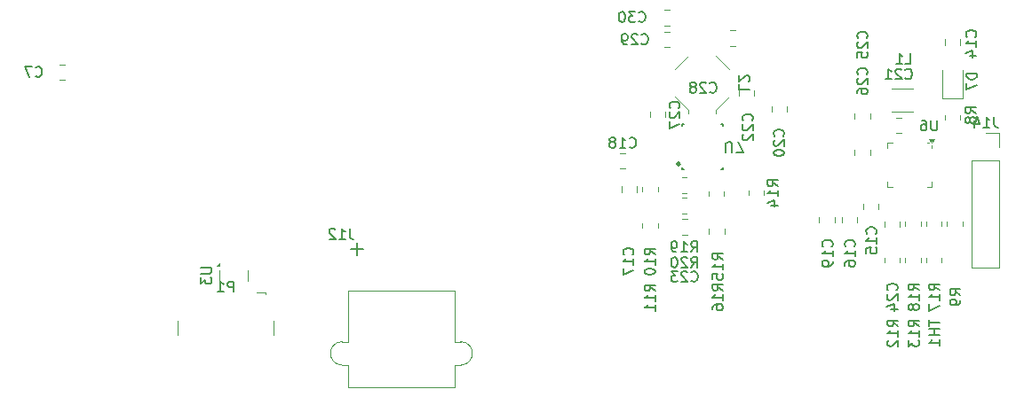
<source format=gbr>
%TF.GenerationSoftware,KiCad,Pcbnew,8.0.3*%
%TF.CreationDate,2024-07-13T14:18:46-04:00*%
%TF.ProjectId,get-a-grip-on-reality,6765742d-612d-4677-9269-702d6f6e2d72,rev?*%
%TF.SameCoordinates,Original*%
%TF.FileFunction,Legend,Bot*%
%TF.FilePolarity,Positive*%
%FSLAX46Y46*%
G04 Gerber Fmt 4.6, Leading zero omitted, Abs format (unit mm)*
G04 Created by KiCad (PCBNEW 8.0.3) date 2024-07-13 14:18:46*
%MOMM*%
%LPD*%
G01*
G04 APERTURE LIST*
%ADD10C,0.150000*%
%ADD11C,0.120000*%
%ADD12C,0.250000*%
G04 APERTURE END LIST*
D10*
X105554819Y-68077142D02*
X105078628Y-67743809D01*
X105554819Y-67505714D02*
X104554819Y-67505714D01*
X104554819Y-67505714D02*
X104554819Y-67886666D01*
X104554819Y-67886666D02*
X104602438Y-67981904D01*
X104602438Y-67981904D02*
X104650057Y-68029523D01*
X104650057Y-68029523D02*
X104745295Y-68077142D01*
X104745295Y-68077142D02*
X104888152Y-68077142D01*
X104888152Y-68077142D02*
X104983390Y-68029523D01*
X104983390Y-68029523D02*
X105031009Y-67981904D01*
X105031009Y-67981904D02*
X105078628Y-67886666D01*
X105078628Y-67886666D02*
X105078628Y-67505714D01*
X105554819Y-69029523D02*
X105554819Y-68458095D01*
X105554819Y-68743809D02*
X104554819Y-68743809D01*
X104554819Y-68743809D02*
X104697676Y-68648571D01*
X104697676Y-68648571D02*
X104792914Y-68553333D01*
X104792914Y-68553333D02*
X104840533Y-68458095D01*
X104554819Y-69934285D02*
X104554819Y-69458095D01*
X104554819Y-69458095D02*
X105031009Y-69410476D01*
X105031009Y-69410476D02*
X104983390Y-69458095D01*
X104983390Y-69458095D02*
X104935771Y-69553333D01*
X104935771Y-69553333D02*
X104935771Y-69791428D01*
X104935771Y-69791428D02*
X104983390Y-69886666D01*
X104983390Y-69886666D02*
X105031009Y-69934285D01*
X105031009Y-69934285D02*
X105126247Y-69981904D01*
X105126247Y-69981904D02*
X105364342Y-69981904D01*
X105364342Y-69981904D02*
X105459580Y-69934285D01*
X105459580Y-69934285D02*
X105507200Y-69886666D01*
X105507200Y-69886666D02*
X105554819Y-69791428D01*
X105554819Y-69791428D02*
X105554819Y-69553333D01*
X105554819Y-69553333D02*
X105507200Y-69458095D01*
X105507200Y-69458095D02*
X105459580Y-69410476D01*
X105838096Y-57830179D02*
X105838096Y-57020656D01*
X105838096Y-57020656D02*
X105885715Y-56925418D01*
X105885715Y-56925418D02*
X105933334Y-56877799D01*
X105933334Y-56877799D02*
X106028572Y-56830179D01*
X106028572Y-56830179D02*
X106219048Y-56830179D01*
X106219048Y-56830179D02*
X106314286Y-56877799D01*
X106314286Y-56877799D02*
X106361905Y-56925418D01*
X106361905Y-56925418D02*
X106409524Y-57020656D01*
X106409524Y-57020656D02*
X106409524Y-57830179D01*
X106790477Y-57830179D02*
X107457143Y-57830179D01*
X107457143Y-57830179D02*
X107028572Y-56830179D01*
X55789819Y-68820595D02*
X56599342Y-68820595D01*
X56599342Y-68820595D02*
X56694580Y-68868214D01*
X56694580Y-68868214D02*
X56742200Y-68915833D01*
X56742200Y-68915833D02*
X56789819Y-69011071D01*
X56789819Y-69011071D02*
X56789819Y-69201547D01*
X56789819Y-69201547D02*
X56742200Y-69296785D01*
X56742200Y-69296785D02*
X56694580Y-69344404D01*
X56694580Y-69344404D02*
X56599342Y-69392023D01*
X56599342Y-69392023D02*
X55789819Y-69392023D01*
X55789819Y-69772976D02*
X55789819Y-70392023D01*
X55789819Y-70392023D02*
X56170771Y-70058690D01*
X56170771Y-70058690D02*
X56170771Y-70201547D01*
X56170771Y-70201547D02*
X56218390Y-70296785D01*
X56218390Y-70296785D02*
X56266009Y-70344404D01*
X56266009Y-70344404D02*
X56361247Y-70392023D01*
X56361247Y-70392023D02*
X56599342Y-70392023D01*
X56599342Y-70392023D02*
X56694580Y-70344404D01*
X56694580Y-70344404D02*
X56742200Y-70296785D01*
X56742200Y-70296785D02*
X56789819Y-70201547D01*
X56789819Y-70201547D02*
X56789819Y-69915833D01*
X56789819Y-69915833D02*
X56742200Y-69820595D01*
X56742200Y-69820595D02*
X56694580Y-69772976D01*
X108309580Y-54767142D02*
X108357200Y-54719523D01*
X108357200Y-54719523D02*
X108404819Y-54576666D01*
X108404819Y-54576666D02*
X108404819Y-54481428D01*
X108404819Y-54481428D02*
X108357200Y-54338571D01*
X108357200Y-54338571D02*
X108261961Y-54243333D01*
X108261961Y-54243333D02*
X108166723Y-54195714D01*
X108166723Y-54195714D02*
X107976247Y-54148095D01*
X107976247Y-54148095D02*
X107833390Y-54148095D01*
X107833390Y-54148095D02*
X107642914Y-54195714D01*
X107642914Y-54195714D02*
X107547676Y-54243333D01*
X107547676Y-54243333D02*
X107452438Y-54338571D01*
X107452438Y-54338571D02*
X107404819Y-54481428D01*
X107404819Y-54481428D02*
X107404819Y-54576666D01*
X107404819Y-54576666D02*
X107452438Y-54719523D01*
X107452438Y-54719523D02*
X107500057Y-54767142D01*
X107500057Y-55148095D02*
X107452438Y-55195714D01*
X107452438Y-55195714D02*
X107404819Y-55290952D01*
X107404819Y-55290952D02*
X107404819Y-55529047D01*
X107404819Y-55529047D02*
X107452438Y-55624285D01*
X107452438Y-55624285D02*
X107500057Y-55671904D01*
X107500057Y-55671904D02*
X107595295Y-55719523D01*
X107595295Y-55719523D02*
X107690533Y-55719523D01*
X107690533Y-55719523D02*
X107833390Y-55671904D01*
X107833390Y-55671904D02*
X108404819Y-55100476D01*
X108404819Y-55100476D02*
X108404819Y-55719523D01*
X107500057Y-56100476D02*
X107452438Y-56148095D01*
X107452438Y-56148095D02*
X107404819Y-56243333D01*
X107404819Y-56243333D02*
X107404819Y-56481428D01*
X107404819Y-56481428D02*
X107452438Y-56576666D01*
X107452438Y-56576666D02*
X107500057Y-56624285D01*
X107500057Y-56624285D02*
X107595295Y-56671904D01*
X107595295Y-56671904D02*
X107690533Y-56671904D01*
X107690533Y-56671904D02*
X107833390Y-56624285D01*
X107833390Y-56624285D02*
X108404819Y-56052857D01*
X108404819Y-56052857D02*
X108404819Y-56671904D01*
X128188619Y-71470333D02*
X127712428Y-71137000D01*
X128188619Y-70898905D02*
X127188619Y-70898905D01*
X127188619Y-70898905D02*
X127188619Y-71279857D01*
X127188619Y-71279857D02*
X127236238Y-71375095D01*
X127236238Y-71375095D02*
X127283857Y-71422714D01*
X127283857Y-71422714D02*
X127379095Y-71470333D01*
X127379095Y-71470333D02*
X127521952Y-71470333D01*
X127521952Y-71470333D02*
X127617190Y-71422714D01*
X127617190Y-71422714D02*
X127664809Y-71375095D01*
X127664809Y-71375095D02*
X127712428Y-71279857D01*
X127712428Y-71279857D02*
X127712428Y-70898905D01*
X128188619Y-71946524D02*
X128188619Y-72137000D01*
X128188619Y-72137000D02*
X128141000Y-72232238D01*
X128141000Y-72232238D02*
X128093380Y-72279857D01*
X128093380Y-72279857D02*
X127950523Y-72375095D01*
X127950523Y-72375095D02*
X127760047Y-72422714D01*
X127760047Y-72422714D02*
X127379095Y-72422714D01*
X127379095Y-72422714D02*
X127283857Y-72375095D01*
X127283857Y-72375095D02*
X127236238Y-72327476D01*
X127236238Y-72327476D02*
X127188619Y-72232238D01*
X127188619Y-72232238D02*
X127188619Y-72041762D01*
X127188619Y-72041762D02*
X127236238Y-71946524D01*
X127236238Y-71946524D02*
X127283857Y-71898905D01*
X127283857Y-71898905D02*
X127379095Y-71851286D01*
X127379095Y-71851286D02*
X127617190Y-71851286D01*
X127617190Y-71851286D02*
X127712428Y-71898905D01*
X127712428Y-71898905D02*
X127760047Y-71946524D01*
X127760047Y-71946524D02*
X127807666Y-72041762D01*
X127807666Y-72041762D02*
X127807666Y-72232238D01*
X127807666Y-72232238D02*
X127760047Y-72327476D01*
X127760047Y-72327476D02*
X127712428Y-72375095D01*
X127712428Y-72375095D02*
X127617190Y-72422714D01*
X111289580Y-56267142D02*
X111337200Y-56219523D01*
X111337200Y-56219523D02*
X111384819Y-56076666D01*
X111384819Y-56076666D02*
X111384819Y-55981428D01*
X111384819Y-55981428D02*
X111337200Y-55838571D01*
X111337200Y-55838571D02*
X111241961Y-55743333D01*
X111241961Y-55743333D02*
X111146723Y-55695714D01*
X111146723Y-55695714D02*
X110956247Y-55648095D01*
X110956247Y-55648095D02*
X110813390Y-55648095D01*
X110813390Y-55648095D02*
X110622914Y-55695714D01*
X110622914Y-55695714D02*
X110527676Y-55743333D01*
X110527676Y-55743333D02*
X110432438Y-55838571D01*
X110432438Y-55838571D02*
X110384819Y-55981428D01*
X110384819Y-55981428D02*
X110384819Y-56076666D01*
X110384819Y-56076666D02*
X110432438Y-56219523D01*
X110432438Y-56219523D02*
X110480057Y-56267142D01*
X110480057Y-56648095D02*
X110432438Y-56695714D01*
X110432438Y-56695714D02*
X110384819Y-56790952D01*
X110384819Y-56790952D02*
X110384819Y-57029047D01*
X110384819Y-57029047D02*
X110432438Y-57124285D01*
X110432438Y-57124285D02*
X110480057Y-57171904D01*
X110480057Y-57171904D02*
X110575295Y-57219523D01*
X110575295Y-57219523D02*
X110670533Y-57219523D01*
X110670533Y-57219523D02*
X110813390Y-57171904D01*
X110813390Y-57171904D02*
X111384819Y-56600476D01*
X111384819Y-56600476D02*
X111384819Y-57219523D01*
X110384819Y-57838571D02*
X110384819Y-57933809D01*
X110384819Y-57933809D02*
X110432438Y-58029047D01*
X110432438Y-58029047D02*
X110480057Y-58076666D01*
X110480057Y-58076666D02*
X110575295Y-58124285D01*
X110575295Y-58124285D02*
X110765771Y-58171904D01*
X110765771Y-58171904D02*
X111003866Y-58171904D01*
X111003866Y-58171904D02*
X111194342Y-58124285D01*
X111194342Y-58124285D02*
X111289580Y-58076666D01*
X111289580Y-58076666D02*
X111337200Y-58029047D01*
X111337200Y-58029047D02*
X111384819Y-57933809D01*
X111384819Y-57933809D02*
X111384819Y-57838571D01*
X111384819Y-57838571D02*
X111337200Y-57743333D01*
X111337200Y-57743333D02*
X111289580Y-57695714D01*
X111289580Y-57695714D02*
X111194342Y-57648095D01*
X111194342Y-57648095D02*
X111003866Y-57600476D01*
X111003866Y-57600476D02*
X110765771Y-57600476D01*
X110765771Y-57600476D02*
X110575295Y-57648095D01*
X110575295Y-57648095D02*
X110480057Y-57695714D01*
X110480057Y-57695714D02*
X110432438Y-57743333D01*
X110432438Y-57743333D02*
X110384819Y-57838571D01*
X125224819Y-73814286D02*
X125224819Y-74385714D01*
X126224819Y-74100000D02*
X125224819Y-74100000D01*
X126224819Y-74719048D02*
X125224819Y-74719048D01*
X125701009Y-74719048D02*
X125701009Y-75290476D01*
X126224819Y-75290476D02*
X125224819Y-75290476D01*
X126224819Y-76290476D02*
X126224819Y-75719048D01*
X126224819Y-76004762D02*
X125224819Y-76004762D01*
X125224819Y-76004762D02*
X125367676Y-75909524D01*
X125367676Y-75909524D02*
X125462914Y-75814286D01*
X125462914Y-75814286D02*
X125510533Y-75719048D01*
X104312857Y-52039580D02*
X104360476Y-52087200D01*
X104360476Y-52087200D02*
X104503333Y-52134819D01*
X104503333Y-52134819D02*
X104598571Y-52134819D01*
X104598571Y-52134819D02*
X104741428Y-52087200D01*
X104741428Y-52087200D02*
X104836666Y-51991961D01*
X104836666Y-51991961D02*
X104884285Y-51896723D01*
X104884285Y-51896723D02*
X104931904Y-51706247D01*
X104931904Y-51706247D02*
X104931904Y-51563390D01*
X104931904Y-51563390D02*
X104884285Y-51372914D01*
X104884285Y-51372914D02*
X104836666Y-51277676D01*
X104836666Y-51277676D02*
X104741428Y-51182438D01*
X104741428Y-51182438D02*
X104598571Y-51134819D01*
X104598571Y-51134819D02*
X104503333Y-51134819D01*
X104503333Y-51134819D02*
X104360476Y-51182438D01*
X104360476Y-51182438D02*
X104312857Y-51230057D01*
X103931904Y-51230057D02*
X103884285Y-51182438D01*
X103884285Y-51182438D02*
X103789047Y-51134819D01*
X103789047Y-51134819D02*
X103550952Y-51134819D01*
X103550952Y-51134819D02*
X103455714Y-51182438D01*
X103455714Y-51182438D02*
X103408095Y-51230057D01*
X103408095Y-51230057D02*
X103360476Y-51325295D01*
X103360476Y-51325295D02*
X103360476Y-51420533D01*
X103360476Y-51420533D02*
X103408095Y-51563390D01*
X103408095Y-51563390D02*
X103979523Y-52134819D01*
X103979523Y-52134819D02*
X103360476Y-52134819D01*
X102789047Y-51563390D02*
X102884285Y-51515771D01*
X102884285Y-51515771D02*
X102931904Y-51468152D01*
X102931904Y-51468152D02*
X102979523Y-51372914D01*
X102979523Y-51372914D02*
X102979523Y-51325295D01*
X102979523Y-51325295D02*
X102931904Y-51230057D01*
X102931904Y-51230057D02*
X102884285Y-51182438D01*
X102884285Y-51182438D02*
X102789047Y-51134819D01*
X102789047Y-51134819D02*
X102598571Y-51134819D01*
X102598571Y-51134819D02*
X102503333Y-51182438D01*
X102503333Y-51182438D02*
X102455714Y-51230057D01*
X102455714Y-51230057D02*
X102408095Y-51325295D01*
X102408095Y-51325295D02*
X102408095Y-51372914D01*
X102408095Y-51372914D02*
X102455714Y-51468152D01*
X102455714Y-51468152D02*
X102503333Y-51515771D01*
X102503333Y-51515771D02*
X102598571Y-51563390D01*
X102598571Y-51563390D02*
X102789047Y-51563390D01*
X102789047Y-51563390D02*
X102884285Y-51611009D01*
X102884285Y-51611009D02*
X102931904Y-51658628D01*
X102931904Y-51658628D02*
X102979523Y-51753866D01*
X102979523Y-51753866D02*
X102979523Y-51944342D01*
X102979523Y-51944342D02*
X102931904Y-52039580D01*
X102931904Y-52039580D02*
X102884285Y-52087200D01*
X102884285Y-52087200D02*
X102789047Y-52134819D01*
X102789047Y-52134819D02*
X102598571Y-52134819D01*
X102598571Y-52134819D02*
X102503333Y-52087200D01*
X102503333Y-52087200D02*
X102455714Y-52039580D01*
X102455714Y-52039580D02*
X102408095Y-51944342D01*
X102408095Y-51944342D02*
X102408095Y-51753866D01*
X102408095Y-51753866D02*
X102455714Y-51658628D01*
X102455714Y-51658628D02*
X102503333Y-51611009D01*
X102503333Y-51611009D02*
X102598571Y-51563390D01*
X124232753Y-70994142D02*
X123756562Y-70660809D01*
X124232753Y-70422714D02*
X123232753Y-70422714D01*
X123232753Y-70422714D02*
X123232753Y-70803666D01*
X123232753Y-70803666D02*
X123280372Y-70898904D01*
X123280372Y-70898904D02*
X123327991Y-70946523D01*
X123327991Y-70946523D02*
X123423229Y-70994142D01*
X123423229Y-70994142D02*
X123566086Y-70994142D01*
X123566086Y-70994142D02*
X123661324Y-70946523D01*
X123661324Y-70946523D02*
X123708943Y-70898904D01*
X123708943Y-70898904D02*
X123756562Y-70803666D01*
X123756562Y-70803666D02*
X123756562Y-70422714D01*
X124232753Y-71946523D02*
X124232753Y-71375095D01*
X124232753Y-71660809D02*
X123232753Y-71660809D01*
X123232753Y-71660809D02*
X123375610Y-71565571D01*
X123375610Y-71565571D02*
X123470848Y-71470333D01*
X123470848Y-71470333D02*
X123518467Y-71375095D01*
X123661324Y-72517952D02*
X123613705Y-72422714D01*
X123613705Y-72422714D02*
X123566086Y-72375095D01*
X123566086Y-72375095D02*
X123470848Y-72327476D01*
X123470848Y-72327476D02*
X123423229Y-72327476D01*
X123423229Y-72327476D02*
X123327991Y-72375095D01*
X123327991Y-72375095D02*
X123280372Y-72422714D01*
X123280372Y-72422714D02*
X123232753Y-72517952D01*
X123232753Y-72517952D02*
X123232753Y-72708428D01*
X123232753Y-72708428D02*
X123280372Y-72803666D01*
X123280372Y-72803666D02*
X123327991Y-72851285D01*
X123327991Y-72851285D02*
X123423229Y-72898904D01*
X123423229Y-72898904D02*
X123470848Y-72898904D01*
X123470848Y-72898904D02*
X123566086Y-72851285D01*
X123566086Y-72851285D02*
X123613705Y-72803666D01*
X123613705Y-72803666D02*
X123661324Y-72708428D01*
X123661324Y-72708428D02*
X123661324Y-72517952D01*
X123661324Y-72517952D02*
X123708943Y-72422714D01*
X123708943Y-72422714D02*
X123756562Y-72375095D01*
X123756562Y-72375095D02*
X123851800Y-72327476D01*
X123851800Y-72327476D02*
X124042276Y-72327476D01*
X124042276Y-72327476D02*
X124137514Y-72375095D01*
X124137514Y-72375095D02*
X124185134Y-72422714D01*
X124185134Y-72422714D02*
X124232753Y-72517952D01*
X124232753Y-72517952D02*
X124232753Y-72708428D01*
X124232753Y-72708428D02*
X124185134Y-72803666D01*
X124185134Y-72803666D02*
X124137514Y-72851285D01*
X124137514Y-72851285D02*
X124042276Y-72898904D01*
X124042276Y-72898904D02*
X123851800Y-72898904D01*
X123851800Y-72898904D02*
X123756562Y-72851285D01*
X123756562Y-72851285D02*
X123708943Y-72803666D01*
X123708943Y-72803666D02*
X123661324Y-72708428D01*
X99074819Y-67592142D02*
X98598628Y-67258809D01*
X99074819Y-67020714D02*
X98074819Y-67020714D01*
X98074819Y-67020714D02*
X98074819Y-67401666D01*
X98074819Y-67401666D02*
X98122438Y-67496904D01*
X98122438Y-67496904D02*
X98170057Y-67544523D01*
X98170057Y-67544523D02*
X98265295Y-67592142D01*
X98265295Y-67592142D02*
X98408152Y-67592142D01*
X98408152Y-67592142D02*
X98503390Y-67544523D01*
X98503390Y-67544523D02*
X98551009Y-67496904D01*
X98551009Y-67496904D02*
X98598628Y-67401666D01*
X98598628Y-67401666D02*
X98598628Y-67020714D01*
X99074819Y-68544523D02*
X99074819Y-67973095D01*
X99074819Y-68258809D02*
X98074819Y-68258809D01*
X98074819Y-68258809D02*
X98217676Y-68163571D01*
X98217676Y-68163571D02*
X98312914Y-68068333D01*
X98312914Y-68068333D02*
X98360533Y-67973095D01*
X98074819Y-69163571D02*
X98074819Y-69258809D01*
X98074819Y-69258809D02*
X98122438Y-69354047D01*
X98122438Y-69354047D02*
X98170057Y-69401666D01*
X98170057Y-69401666D02*
X98265295Y-69449285D01*
X98265295Y-69449285D02*
X98455771Y-69496904D01*
X98455771Y-69496904D02*
X98693866Y-69496904D01*
X98693866Y-69496904D02*
X98884342Y-69449285D01*
X98884342Y-69449285D02*
X98979580Y-69401666D01*
X98979580Y-69401666D02*
X99027200Y-69354047D01*
X99027200Y-69354047D02*
X99074819Y-69258809D01*
X99074819Y-69258809D02*
X99074819Y-69163571D01*
X99074819Y-69163571D02*
X99027200Y-69068333D01*
X99027200Y-69068333D02*
X98979580Y-69020714D01*
X98979580Y-69020714D02*
X98884342Y-68973095D01*
X98884342Y-68973095D02*
X98693866Y-68925476D01*
X98693866Y-68925476D02*
X98455771Y-68925476D01*
X98455771Y-68925476D02*
X98265295Y-68973095D01*
X98265295Y-68973095D02*
X98170057Y-69020714D01*
X98170057Y-69020714D02*
X98122438Y-69068333D01*
X98122438Y-69068333D02*
X98074819Y-69163571D01*
X110805419Y-61061838D02*
X110329228Y-60728505D01*
X110805419Y-60490410D02*
X109805419Y-60490410D01*
X109805419Y-60490410D02*
X109805419Y-60871362D01*
X109805419Y-60871362D02*
X109853038Y-60966600D01*
X109853038Y-60966600D02*
X109900657Y-61014219D01*
X109900657Y-61014219D02*
X109995895Y-61061838D01*
X109995895Y-61061838D02*
X110138752Y-61061838D01*
X110138752Y-61061838D02*
X110233990Y-61014219D01*
X110233990Y-61014219D02*
X110281609Y-60966600D01*
X110281609Y-60966600D02*
X110329228Y-60871362D01*
X110329228Y-60871362D02*
X110329228Y-60490410D01*
X110805419Y-62014219D02*
X110805419Y-61442791D01*
X110805419Y-61728505D02*
X109805419Y-61728505D01*
X109805419Y-61728505D02*
X109948276Y-61633267D01*
X109948276Y-61633267D02*
X110043514Y-61538029D01*
X110043514Y-61538029D02*
X110091133Y-61442791D01*
X110138752Y-62871362D02*
X110805419Y-62871362D01*
X109757800Y-62633267D02*
X110472085Y-62395172D01*
X110472085Y-62395172D02*
X110472085Y-63014219D01*
X119259580Y-50371742D02*
X119307200Y-50324123D01*
X119307200Y-50324123D02*
X119354819Y-50181266D01*
X119354819Y-50181266D02*
X119354819Y-50086028D01*
X119354819Y-50086028D02*
X119307200Y-49943171D01*
X119307200Y-49943171D02*
X119211961Y-49847933D01*
X119211961Y-49847933D02*
X119116723Y-49800314D01*
X119116723Y-49800314D02*
X118926247Y-49752695D01*
X118926247Y-49752695D02*
X118783390Y-49752695D01*
X118783390Y-49752695D02*
X118592914Y-49800314D01*
X118592914Y-49800314D02*
X118497676Y-49847933D01*
X118497676Y-49847933D02*
X118402438Y-49943171D01*
X118402438Y-49943171D02*
X118354819Y-50086028D01*
X118354819Y-50086028D02*
X118354819Y-50181266D01*
X118354819Y-50181266D02*
X118402438Y-50324123D01*
X118402438Y-50324123D02*
X118450057Y-50371742D01*
X118450057Y-50752695D02*
X118402438Y-50800314D01*
X118402438Y-50800314D02*
X118354819Y-50895552D01*
X118354819Y-50895552D02*
X118354819Y-51133647D01*
X118354819Y-51133647D02*
X118402438Y-51228885D01*
X118402438Y-51228885D02*
X118450057Y-51276504D01*
X118450057Y-51276504D02*
X118545295Y-51324123D01*
X118545295Y-51324123D02*
X118640533Y-51324123D01*
X118640533Y-51324123D02*
X118783390Y-51276504D01*
X118783390Y-51276504D02*
X119354819Y-50705076D01*
X119354819Y-50705076D02*
X119354819Y-51324123D01*
X118354819Y-52181266D02*
X118354819Y-51990790D01*
X118354819Y-51990790D02*
X118402438Y-51895552D01*
X118402438Y-51895552D02*
X118450057Y-51847933D01*
X118450057Y-51847933D02*
X118592914Y-51752695D01*
X118592914Y-51752695D02*
X118783390Y-51705076D01*
X118783390Y-51705076D02*
X119164342Y-51705076D01*
X119164342Y-51705076D02*
X119259580Y-51752695D01*
X119259580Y-51752695D02*
X119307200Y-51800314D01*
X119307200Y-51800314D02*
X119354819Y-51895552D01*
X119354819Y-51895552D02*
X119354819Y-52086028D01*
X119354819Y-52086028D02*
X119307200Y-52181266D01*
X119307200Y-52181266D02*
X119259580Y-52228885D01*
X119259580Y-52228885D02*
X119164342Y-52276504D01*
X119164342Y-52276504D02*
X118926247Y-52276504D01*
X118926247Y-52276504D02*
X118831009Y-52228885D01*
X118831009Y-52228885D02*
X118783390Y-52181266D01*
X118783390Y-52181266D02*
X118735771Y-52086028D01*
X118735771Y-52086028D02*
X118735771Y-51895552D01*
X118735771Y-51895552D02*
X118783390Y-51800314D01*
X118783390Y-51800314D02*
X118831009Y-51752695D01*
X118831009Y-51752695D02*
X118926247Y-51705076D01*
X129774819Y-50281905D02*
X128774819Y-50281905D01*
X128774819Y-50281905D02*
X128774819Y-50520000D01*
X128774819Y-50520000D02*
X128822438Y-50662857D01*
X128822438Y-50662857D02*
X128917676Y-50758095D01*
X128917676Y-50758095D02*
X129012914Y-50805714D01*
X129012914Y-50805714D02*
X129203390Y-50853333D01*
X129203390Y-50853333D02*
X129346247Y-50853333D01*
X129346247Y-50853333D02*
X129536723Y-50805714D01*
X129536723Y-50805714D02*
X129631961Y-50758095D01*
X129631961Y-50758095D02*
X129727200Y-50662857D01*
X129727200Y-50662857D02*
X129774819Y-50520000D01*
X129774819Y-50520000D02*
X129774819Y-50281905D01*
X128774819Y-51186667D02*
X128774819Y-51853333D01*
X128774819Y-51853333D02*
X129774819Y-51424762D01*
X122099580Y-70994142D02*
X122147200Y-70946523D01*
X122147200Y-70946523D02*
X122194819Y-70803666D01*
X122194819Y-70803666D02*
X122194819Y-70708428D01*
X122194819Y-70708428D02*
X122147200Y-70565571D01*
X122147200Y-70565571D02*
X122051961Y-70470333D01*
X122051961Y-70470333D02*
X121956723Y-70422714D01*
X121956723Y-70422714D02*
X121766247Y-70375095D01*
X121766247Y-70375095D02*
X121623390Y-70375095D01*
X121623390Y-70375095D02*
X121432914Y-70422714D01*
X121432914Y-70422714D02*
X121337676Y-70470333D01*
X121337676Y-70470333D02*
X121242438Y-70565571D01*
X121242438Y-70565571D02*
X121194819Y-70708428D01*
X121194819Y-70708428D02*
X121194819Y-70803666D01*
X121194819Y-70803666D02*
X121242438Y-70946523D01*
X121242438Y-70946523D02*
X121290057Y-70994142D01*
X121290057Y-71375095D02*
X121242438Y-71422714D01*
X121242438Y-71422714D02*
X121194819Y-71517952D01*
X121194819Y-71517952D02*
X121194819Y-71756047D01*
X121194819Y-71756047D02*
X121242438Y-71851285D01*
X121242438Y-71851285D02*
X121290057Y-71898904D01*
X121290057Y-71898904D02*
X121385295Y-71946523D01*
X121385295Y-71946523D02*
X121480533Y-71946523D01*
X121480533Y-71946523D02*
X121623390Y-71898904D01*
X121623390Y-71898904D02*
X122194819Y-71327476D01*
X122194819Y-71327476D02*
X122194819Y-71946523D01*
X121528152Y-72803666D02*
X122194819Y-72803666D01*
X121147200Y-72565571D02*
X121861485Y-72327476D01*
X121861485Y-72327476D02*
X121861485Y-72946523D01*
X105544819Y-71017142D02*
X105068628Y-70683809D01*
X105544819Y-70445714D02*
X104544819Y-70445714D01*
X104544819Y-70445714D02*
X104544819Y-70826666D01*
X104544819Y-70826666D02*
X104592438Y-70921904D01*
X104592438Y-70921904D02*
X104640057Y-70969523D01*
X104640057Y-70969523D02*
X104735295Y-71017142D01*
X104735295Y-71017142D02*
X104878152Y-71017142D01*
X104878152Y-71017142D02*
X104973390Y-70969523D01*
X104973390Y-70969523D02*
X105021009Y-70921904D01*
X105021009Y-70921904D02*
X105068628Y-70826666D01*
X105068628Y-70826666D02*
X105068628Y-70445714D01*
X105544819Y-71969523D02*
X105544819Y-71398095D01*
X105544819Y-71683809D02*
X104544819Y-71683809D01*
X104544819Y-71683809D02*
X104687676Y-71588571D01*
X104687676Y-71588571D02*
X104782914Y-71493333D01*
X104782914Y-71493333D02*
X104830533Y-71398095D01*
X104544819Y-72826666D02*
X104544819Y-72636190D01*
X104544819Y-72636190D02*
X104592438Y-72540952D01*
X104592438Y-72540952D02*
X104640057Y-72493333D01*
X104640057Y-72493333D02*
X104782914Y-72398095D01*
X104782914Y-72398095D02*
X104973390Y-72350476D01*
X104973390Y-72350476D02*
X105354342Y-72350476D01*
X105354342Y-72350476D02*
X105449580Y-72398095D01*
X105449580Y-72398095D02*
X105497200Y-72445714D01*
X105497200Y-72445714D02*
X105544819Y-72540952D01*
X105544819Y-72540952D02*
X105544819Y-72731428D01*
X105544819Y-72731428D02*
X105497200Y-72826666D01*
X105497200Y-72826666D02*
X105449580Y-72874285D01*
X105449580Y-72874285D02*
X105354342Y-72921904D01*
X105354342Y-72921904D02*
X105116247Y-72921904D01*
X105116247Y-72921904D02*
X105021009Y-72874285D01*
X105021009Y-72874285D02*
X104973390Y-72826666D01*
X104973390Y-72826666D02*
X104925771Y-72731428D01*
X104925771Y-72731428D02*
X104925771Y-72540952D01*
X104925771Y-72540952D02*
X104973390Y-72445714D01*
X104973390Y-72445714D02*
X105021009Y-72398095D01*
X105021009Y-72398095D02*
X105116247Y-72350476D01*
X102502857Y-67334819D02*
X102836190Y-66858628D01*
X103074285Y-67334819D02*
X103074285Y-66334819D01*
X103074285Y-66334819D02*
X102693333Y-66334819D01*
X102693333Y-66334819D02*
X102598095Y-66382438D01*
X102598095Y-66382438D02*
X102550476Y-66430057D01*
X102550476Y-66430057D02*
X102502857Y-66525295D01*
X102502857Y-66525295D02*
X102502857Y-66668152D01*
X102502857Y-66668152D02*
X102550476Y-66763390D01*
X102550476Y-66763390D02*
X102598095Y-66811009D01*
X102598095Y-66811009D02*
X102693333Y-66858628D01*
X102693333Y-66858628D02*
X103074285Y-66858628D01*
X101550476Y-67334819D02*
X102121904Y-67334819D01*
X101836190Y-67334819D02*
X101836190Y-66334819D01*
X101836190Y-66334819D02*
X101931428Y-66477676D01*
X101931428Y-66477676D02*
X102026666Y-66572914D01*
X102026666Y-66572914D02*
X102121904Y-66620533D01*
X101074285Y-67334819D02*
X100883809Y-67334819D01*
X100883809Y-67334819D02*
X100788571Y-67287200D01*
X100788571Y-67287200D02*
X100740952Y-67239580D01*
X100740952Y-67239580D02*
X100645714Y-67096723D01*
X100645714Y-67096723D02*
X100598095Y-66906247D01*
X100598095Y-66906247D02*
X100598095Y-66525295D01*
X100598095Y-66525295D02*
X100645714Y-66430057D01*
X100645714Y-66430057D02*
X100693333Y-66382438D01*
X100693333Y-66382438D02*
X100788571Y-66334819D01*
X100788571Y-66334819D02*
X100979047Y-66334819D01*
X100979047Y-66334819D02*
X101074285Y-66382438D01*
X101074285Y-66382438D02*
X101121904Y-66430057D01*
X101121904Y-66430057D02*
X101169523Y-66525295D01*
X101169523Y-66525295D02*
X101169523Y-66763390D01*
X101169523Y-66763390D02*
X101121904Y-66858628D01*
X101121904Y-66858628D02*
X101074285Y-66906247D01*
X101074285Y-66906247D02*
X100979047Y-66953866D01*
X100979047Y-66953866D02*
X100788571Y-66953866D01*
X100788571Y-66953866D02*
X100693333Y-66906247D01*
X100693333Y-66906247D02*
X100645714Y-66858628D01*
X100645714Y-66858628D02*
X100598095Y-66763390D01*
X129644819Y-54083333D02*
X129168628Y-53750000D01*
X129644819Y-53511905D02*
X128644819Y-53511905D01*
X128644819Y-53511905D02*
X128644819Y-53892857D01*
X128644819Y-53892857D02*
X128692438Y-53988095D01*
X128692438Y-53988095D02*
X128740057Y-54035714D01*
X128740057Y-54035714D02*
X128835295Y-54083333D01*
X128835295Y-54083333D02*
X128978152Y-54083333D01*
X128978152Y-54083333D02*
X129073390Y-54035714D01*
X129073390Y-54035714D02*
X129121009Y-53988095D01*
X129121009Y-53988095D02*
X129168628Y-53892857D01*
X129168628Y-53892857D02*
X129168628Y-53511905D01*
X129073390Y-54654762D02*
X129025771Y-54559524D01*
X129025771Y-54559524D02*
X128978152Y-54511905D01*
X128978152Y-54511905D02*
X128882914Y-54464286D01*
X128882914Y-54464286D02*
X128835295Y-54464286D01*
X128835295Y-54464286D02*
X128740057Y-54511905D01*
X128740057Y-54511905D02*
X128692438Y-54559524D01*
X128692438Y-54559524D02*
X128644819Y-54654762D01*
X128644819Y-54654762D02*
X128644819Y-54845238D01*
X128644819Y-54845238D02*
X128692438Y-54940476D01*
X128692438Y-54940476D02*
X128740057Y-54988095D01*
X128740057Y-54988095D02*
X128835295Y-55035714D01*
X128835295Y-55035714D02*
X128882914Y-55035714D01*
X128882914Y-55035714D02*
X128978152Y-54988095D01*
X128978152Y-54988095D02*
X129025771Y-54940476D01*
X129025771Y-54940476D02*
X129073390Y-54845238D01*
X129073390Y-54845238D02*
X129073390Y-54654762D01*
X129073390Y-54654762D02*
X129121009Y-54559524D01*
X129121009Y-54559524D02*
X129168628Y-54511905D01*
X129168628Y-54511905D02*
X129263866Y-54464286D01*
X129263866Y-54464286D02*
X129454342Y-54464286D01*
X129454342Y-54464286D02*
X129549580Y-54511905D01*
X129549580Y-54511905D02*
X129597200Y-54559524D01*
X129597200Y-54559524D02*
X129644819Y-54654762D01*
X129644819Y-54654762D02*
X129644819Y-54845238D01*
X129644819Y-54845238D02*
X129597200Y-54940476D01*
X129597200Y-54940476D02*
X129549580Y-54988095D01*
X129549580Y-54988095D02*
X129454342Y-55035714D01*
X129454342Y-55035714D02*
X129263866Y-55035714D01*
X129263866Y-55035714D02*
X129168628Y-54988095D01*
X129168628Y-54988095D02*
X129121009Y-54940476D01*
X129121009Y-54940476D02*
X129073390Y-54845238D01*
X97792857Y-47419580D02*
X97840476Y-47467200D01*
X97840476Y-47467200D02*
X97983333Y-47514819D01*
X97983333Y-47514819D02*
X98078571Y-47514819D01*
X98078571Y-47514819D02*
X98221428Y-47467200D01*
X98221428Y-47467200D02*
X98316666Y-47371961D01*
X98316666Y-47371961D02*
X98364285Y-47276723D01*
X98364285Y-47276723D02*
X98411904Y-47086247D01*
X98411904Y-47086247D02*
X98411904Y-46943390D01*
X98411904Y-46943390D02*
X98364285Y-46752914D01*
X98364285Y-46752914D02*
X98316666Y-46657676D01*
X98316666Y-46657676D02*
X98221428Y-46562438D01*
X98221428Y-46562438D02*
X98078571Y-46514819D01*
X98078571Y-46514819D02*
X97983333Y-46514819D01*
X97983333Y-46514819D02*
X97840476Y-46562438D01*
X97840476Y-46562438D02*
X97792857Y-46610057D01*
X97411904Y-46610057D02*
X97364285Y-46562438D01*
X97364285Y-46562438D02*
X97269047Y-46514819D01*
X97269047Y-46514819D02*
X97030952Y-46514819D01*
X97030952Y-46514819D02*
X96935714Y-46562438D01*
X96935714Y-46562438D02*
X96888095Y-46610057D01*
X96888095Y-46610057D02*
X96840476Y-46705295D01*
X96840476Y-46705295D02*
X96840476Y-46800533D01*
X96840476Y-46800533D02*
X96888095Y-46943390D01*
X96888095Y-46943390D02*
X97459523Y-47514819D01*
X97459523Y-47514819D02*
X96840476Y-47514819D01*
X96364285Y-47514819D02*
X96173809Y-47514819D01*
X96173809Y-47514819D02*
X96078571Y-47467200D01*
X96078571Y-47467200D02*
X96030952Y-47419580D01*
X96030952Y-47419580D02*
X95935714Y-47276723D01*
X95935714Y-47276723D02*
X95888095Y-47086247D01*
X95888095Y-47086247D02*
X95888095Y-46705295D01*
X95888095Y-46705295D02*
X95935714Y-46610057D01*
X95935714Y-46610057D02*
X95983333Y-46562438D01*
X95983333Y-46562438D02*
X96078571Y-46514819D01*
X96078571Y-46514819D02*
X96269047Y-46514819D01*
X96269047Y-46514819D02*
X96364285Y-46562438D01*
X96364285Y-46562438D02*
X96411904Y-46610057D01*
X96411904Y-46610057D02*
X96459523Y-46705295D01*
X96459523Y-46705295D02*
X96459523Y-46943390D01*
X96459523Y-46943390D02*
X96411904Y-47038628D01*
X96411904Y-47038628D02*
X96364285Y-47086247D01*
X96364285Y-47086247D02*
X96269047Y-47133866D01*
X96269047Y-47133866D02*
X96078571Y-47133866D01*
X96078571Y-47133866D02*
X95983333Y-47086247D01*
X95983333Y-47086247D02*
X95935714Y-47038628D01*
X95935714Y-47038628D02*
X95888095Y-46943390D01*
X122946666Y-49364819D02*
X123422856Y-49364819D01*
X123422856Y-49364819D02*
X123422856Y-48364819D01*
X122089523Y-49364819D02*
X122660951Y-49364819D01*
X122375237Y-49364819D02*
X122375237Y-48364819D01*
X122375237Y-48364819D02*
X122470475Y-48507676D01*
X122470475Y-48507676D02*
X122565713Y-48602914D01*
X122565713Y-48602914D02*
X122660951Y-48650533D01*
X69959523Y-65104819D02*
X69959523Y-65819104D01*
X69959523Y-65819104D02*
X70007142Y-65961961D01*
X70007142Y-65961961D02*
X70102380Y-66057200D01*
X70102380Y-66057200D02*
X70245237Y-66104819D01*
X70245237Y-66104819D02*
X70340475Y-66104819D01*
X68959523Y-66104819D02*
X69530951Y-66104819D01*
X69245237Y-66104819D02*
X69245237Y-65104819D01*
X69245237Y-65104819D02*
X69340475Y-65247676D01*
X69340475Y-65247676D02*
X69435713Y-65342914D01*
X69435713Y-65342914D02*
X69530951Y-65390533D01*
X68578570Y-65200057D02*
X68530951Y-65152438D01*
X68530951Y-65152438D02*
X68435713Y-65104819D01*
X68435713Y-65104819D02*
X68197618Y-65104819D01*
X68197618Y-65104819D02*
X68102380Y-65152438D01*
X68102380Y-65152438D02*
X68054761Y-65200057D01*
X68054761Y-65200057D02*
X68007142Y-65295295D01*
X68007142Y-65295295D02*
X68007142Y-65390533D01*
X68007142Y-65390533D02*
X68054761Y-65533390D01*
X68054761Y-65533390D02*
X68626189Y-66104819D01*
X68626189Y-66104819D02*
X68007142Y-66104819D01*
X71224028Y-67070900D02*
X70081171Y-67070900D01*
X70652599Y-67642328D02*
X70652599Y-66499471D01*
X131388697Y-54445919D02*
X131388697Y-55160204D01*
X131388697Y-55160204D02*
X131436316Y-55303061D01*
X131436316Y-55303061D02*
X131531554Y-55398300D01*
X131531554Y-55398300D02*
X131674411Y-55445919D01*
X131674411Y-55445919D02*
X131769649Y-55445919D01*
X130388697Y-55445919D02*
X130960125Y-55445919D01*
X130674411Y-55445919D02*
X130674411Y-54445919D01*
X130674411Y-54445919D02*
X130769649Y-54588776D01*
X130769649Y-54588776D02*
X130864887Y-54684014D01*
X130864887Y-54684014D02*
X130960125Y-54731633D01*
X129531554Y-54779252D02*
X129531554Y-55445919D01*
X129769649Y-54398300D02*
X130007744Y-55112585D01*
X130007744Y-55112585D02*
X129388697Y-55112585D01*
X118059580Y-66817142D02*
X118107200Y-66769523D01*
X118107200Y-66769523D02*
X118154819Y-66626666D01*
X118154819Y-66626666D02*
X118154819Y-66531428D01*
X118154819Y-66531428D02*
X118107200Y-66388571D01*
X118107200Y-66388571D02*
X118011961Y-66293333D01*
X118011961Y-66293333D02*
X117916723Y-66245714D01*
X117916723Y-66245714D02*
X117726247Y-66198095D01*
X117726247Y-66198095D02*
X117583390Y-66198095D01*
X117583390Y-66198095D02*
X117392914Y-66245714D01*
X117392914Y-66245714D02*
X117297676Y-66293333D01*
X117297676Y-66293333D02*
X117202438Y-66388571D01*
X117202438Y-66388571D02*
X117154819Y-66531428D01*
X117154819Y-66531428D02*
X117154819Y-66626666D01*
X117154819Y-66626666D02*
X117202438Y-66769523D01*
X117202438Y-66769523D02*
X117250057Y-66817142D01*
X118154819Y-67769523D02*
X118154819Y-67198095D01*
X118154819Y-67483809D02*
X117154819Y-67483809D01*
X117154819Y-67483809D02*
X117297676Y-67388571D01*
X117297676Y-67388571D02*
X117392914Y-67293333D01*
X117392914Y-67293333D02*
X117440533Y-67198095D01*
X117154819Y-68626666D02*
X117154819Y-68436190D01*
X117154819Y-68436190D02*
X117202438Y-68340952D01*
X117202438Y-68340952D02*
X117250057Y-68293333D01*
X117250057Y-68293333D02*
X117392914Y-68198095D01*
X117392914Y-68198095D02*
X117583390Y-68150476D01*
X117583390Y-68150476D02*
X117964342Y-68150476D01*
X117964342Y-68150476D02*
X118059580Y-68198095D01*
X118059580Y-68198095D02*
X118107200Y-68245714D01*
X118107200Y-68245714D02*
X118154819Y-68340952D01*
X118154819Y-68340952D02*
X118154819Y-68531428D01*
X118154819Y-68531428D02*
X118107200Y-68626666D01*
X118107200Y-68626666D02*
X118059580Y-68674285D01*
X118059580Y-68674285D02*
X117964342Y-68721904D01*
X117964342Y-68721904D02*
X117726247Y-68721904D01*
X117726247Y-68721904D02*
X117631009Y-68674285D01*
X117631009Y-68674285D02*
X117583390Y-68626666D01*
X117583390Y-68626666D02*
X117535771Y-68531428D01*
X117535771Y-68531428D02*
X117535771Y-68340952D01*
X117535771Y-68340952D02*
X117583390Y-68245714D01*
X117583390Y-68245714D02*
X117631009Y-68198095D01*
X117631009Y-68198095D02*
X117726247Y-68150476D01*
X99074819Y-71067142D02*
X98598628Y-70733809D01*
X99074819Y-70495714D02*
X98074819Y-70495714D01*
X98074819Y-70495714D02*
X98074819Y-70876666D01*
X98074819Y-70876666D02*
X98122438Y-70971904D01*
X98122438Y-70971904D02*
X98170057Y-71019523D01*
X98170057Y-71019523D02*
X98265295Y-71067142D01*
X98265295Y-71067142D02*
X98408152Y-71067142D01*
X98408152Y-71067142D02*
X98503390Y-71019523D01*
X98503390Y-71019523D02*
X98551009Y-70971904D01*
X98551009Y-70971904D02*
X98598628Y-70876666D01*
X98598628Y-70876666D02*
X98598628Y-70495714D01*
X99074819Y-72019523D02*
X99074819Y-71448095D01*
X99074819Y-71733809D02*
X98074819Y-71733809D01*
X98074819Y-71733809D02*
X98217676Y-71638571D01*
X98217676Y-71638571D02*
X98312914Y-71543333D01*
X98312914Y-71543333D02*
X98360533Y-71448095D01*
X99074819Y-72971904D02*
X99074819Y-72400476D01*
X99074819Y-72686190D02*
X98074819Y-72686190D01*
X98074819Y-72686190D02*
X98217676Y-72590952D01*
X98217676Y-72590952D02*
X98312914Y-72495714D01*
X98312914Y-72495714D02*
X98360533Y-72400476D01*
X102529457Y-68824819D02*
X102862790Y-68348628D01*
X103100885Y-68824819D02*
X103100885Y-67824819D01*
X103100885Y-67824819D02*
X102719933Y-67824819D01*
X102719933Y-67824819D02*
X102624695Y-67872438D01*
X102624695Y-67872438D02*
X102577076Y-67920057D01*
X102577076Y-67920057D02*
X102529457Y-68015295D01*
X102529457Y-68015295D02*
X102529457Y-68158152D01*
X102529457Y-68158152D02*
X102577076Y-68253390D01*
X102577076Y-68253390D02*
X102624695Y-68301009D01*
X102624695Y-68301009D02*
X102719933Y-68348628D01*
X102719933Y-68348628D02*
X103100885Y-68348628D01*
X102148504Y-67920057D02*
X102100885Y-67872438D01*
X102100885Y-67872438D02*
X102005647Y-67824819D01*
X102005647Y-67824819D02*
X101767552Y-67824819D01*
X101767552Y-67824819D02*
X101672314Y-67872438D01*
X101672314Y-67872438D02*
X101624695Y-67920057D01*
X101624695Y-67920057D02*
X101577076Y-68015295D01*
X101577076Y-68015295D02*
X101577076Y-68110533D01*
X101577076Y-68110533D02*
X101624695Y-68253390D01*
X101624695Y-68253390D02*
X102196123Y-68824819D01*
X102196123Y-68824819D02*
X101577076Y-68824819D01*
X100958028Y-67824819D02*
X100862790Y-67824819D01*
X100862790Y-67824819D02*
X100767552Y-67872438D01*
X100767552Y-67872438D02*
X100719933Y-67920057D01*
X100719933Y-67920057D02*
X100672314Y-68015295D01*
X100672314Y-68015295D02*
X100624695Y-68205771D01*
X100624695Y-68205771D02*
X100624695Y-68443866D01*
X100624695Y-68443866D02*
X100672314Y-68634342D01*
X100672314Y-68634342D02*
X100719933Y-68729580D01*
X100719933Y-68729580D02*
X100767552Y-68777200D01*
X100767552Y-68777200D02*
X100862790Y-68824819D01*
X100862790Y-68824819D02*
X100958028Y-68824819D01*
X100958028Y-68824819D02*
X101053266Y-68777200D01*
X101053266Y-68777200D02*
X101100885Y-68729580D01*
X101100885Y-68729580D02*
X101148504Y-68634342D01*
X101148504Y-68634342D02*
X101196123Y-68443866D01*
X101196123Y-68443866D02*
X101196123Y-68205771D01*
X101196123Y-68205771D02*
X101148504Y-68015295D01*
X101148504Y-68015295D02*
X101100885Y-67920057D01*
X101100885Y-67920057D02*
X101053266Y-67872438D01*
X101053266Y-67872438D02*
X100958028Y-67824819D01*
X122943457Y-50747780D02*
X122991076Y-50795400D01*
X122991076Y-50795400D02*
X123133933Y-50843019D01*
X123133933Y-50843019D02*
X123229171Y-50843019D01*
X123229171Y-50843019D02*
X123372028Y-50795400D01*
X123372028Y-50795400D02*
X123467266Y-50700161D01*
X123467266Y-50700161D02*
X123514885Y-50604923D01*
X123514885Y-50604923D02*
X123562504Y-50414447D01*
X123562504Y-50414447D02*
X123562504Y-50271590D01*
X123562504Y-50271590D02*
X123514885Y-50081114D01*
X123514885Y-50081114D02*
X123467266Y-49985876D01*
X123467266Y-49985876D02*
X123372028Y-49890638D01*
X123372028Y-49890638D02*
X123229171Y-49843019D01*
X123229171Y-49843019D02*
X123133933Y-49843019D01*
X123133933Y-49843019D02*
X122991076Y-49890638D01*
X122991076Y-49890638D02*
X122943457Y-49938257D01*
X122562504Y-49938257D02*
X122514885Y-49890638D01*
X122514885Y-49890638D02*
X122419647Y-49843019D01*
X122419647Y-49843019D02*
X122181552Y-49843019D01*
X122181552Y-49843019D02*
X122086314Y-49890638D01*
X122086314Y-49890638D02*
X122038695Y-49938257D01*
X122038695Y-49938257D02*
X121991076Y-50033495D01*
X121991076Y-50033495D02*
X121991076Y-50128733D01*
X121991076Y-50128733D02*
X122038695Y-50271590D01*
X122038695Y-50271590D02*
X122610123Y-50843019D01*
X122610123Y-50843019D02*
X121991076Y-50843019D01*
X121038695Y-50843019D02*
X121610123Y-50843019D01*
X121324409Y-50843019D02*
X121324409Y-49843019D01*
X121324409Y-49843019D02*
X121419647Y-49985876D01*
X121419647Y-49985876D02*
X121514885Y-50081114D01*
X121514885Y-50081114D02*
X121610123Y-50128733D01*
X125971904Y-54744819D02*
X125971904Y-55554342D01*
X125971904Y-55554342D02*
X125924285Y-55649580D01*
X125924285Y-55649580D02*
X125876666Y-55697200D01*
X125876666Y-55697200D02*
X125781428Y-55744819D01*
X125781428Y-55744819D02*
X125590952Y-55744819D01*
X125590952Y-55744819D02*
X125495714Y-55697200D01*
X125495714Y-55697200D02*
X125448095Y-55649580D01*
X125448095Y-55649580D02*
X125400476Y-55554342D01*
X125400476Y-55554342D02*
X125400476Y-54744819D01*
X124495714Y-54744819D02*
X124686190Y-54744819D01*
X124686190Y-54744819D02*
X124781428Y-54792438D01*
X124781428Y-54792438D02*
X124829047Y-54840057D01*
X124829047Y-54840057D02*
X124924285Y-54982914D01*
X124924285Y-54982914D02*
X124971904Y-55173390D01*
X124971904Y-55173390D02*
X124971904Y-55554342D01*
X124971904Y-55554342D02*
X124924285Y-55649580D01*
X124924285Y-55649580D02*
X124876666Y-55697200D01*
X124876666Y-55697200D02*
X124781428Y-55744819D01*
X124781428Y-55744819D02*
X124590952Y-55744819D01*
X124590952Y-55744819D02*
X124495714Y-55697200D01*
X124495714Y-55697200D02*
X124448095Y-55649580D01*
X124448095Y-55649580D02*
X124400476Y-55554342D01*
X124400476Y-55554342D02*
X124400476Y-55316247D01*
X124400476Y-55316247D02*
X124448095Y-55221009D01*
X124448095Y-55221009D02*
X124495714Y-55173390D01*
X124495714Y-55173390D02*
X124590952Y-55125771D01*
X124590952Y-55125771D02*
X124781428Y-55125771D01*
X124781428Y-55125771D02*
X124876666Y-55173390D01*
X124876666Y-55173390D02*
X124924285Y-55221009D01*
X124924285Y-55221009D02*
X124971904Y-55316247D01*
X129619580Y-46783342D02*
X129667200Y-46735723D01*
X129667200Y-46735723D02*
X129714819Y-46592866D01*
X129714819Y-46592866D02*
X129714819Y-46497628D01*
X129714819Y-46497628D02*
X129667200Y-46354771D01*
X129667200Y-46354771D02*
X129571961Y-46259533D01*
X129571961Y-46259533D02*
X129476723Y-46211914D01*
X129476723Y-46211914D02*
X129286247Y-46164295D01*
X129286247Y-46164295D02*
X129143390Y-46164295D01*
X129143390Y-46164295D02*
X128952914Y-46211914D01*
X128952914Y-46211914D02*
X128857676Y-46259533D01*
X128857676Y-46259533D02*
X128762438Y-46354771D01*
X128762438Y-46354771D02*
X128714819Y-46497628D01*
X128714819Y-46497628D02*
X128714819Y-46592866D01*
X128714819Y-46592866D02*
X128762438Y-46735723D01*
X128762438Y-46735723D02*
X128810057Y-46783342D01*
X129714819Y-47735723D02*
X129714819Y-47164295D01*
X129714819Y-47450009D02*
X128714819Y-47450009D01*
X128714819Y-47450009D02*
X128857676Y-47354771D01*
X128857676Y-47354771D02*
X128952914Y-47259533D01*
X128952914Y-47259533D02*
X129000533Y-47164295D01*
X129048152Y-48592866D02*
X129714819Y-48592866D01*
X128667200Y-48354771D02*
X129381485Y-48116676D01*
X129381485Y-48116676D02*
X129381485Y-48735723D01*
X122249819Y-74457142D02*
X121773628Y-74123809D01*
X122249819Y-73885714D02*
X121249819Y-73885714D01*
X121249819Y-73885714D02*
X121249819Y-74266666D01*
X121249819Y-74266666D02*
X121297438Y-74361904D01*
X121297438Y-74361904D02*
X121345057Y-74409523D01*
X121345057Y-74409523D02*
X121440295Y-74457142D01*
X121440295Y-74457142D02*
X121583152Y-74457142D01*
X121583152Y-74457142D02*
X121678390Y-74409523D01*
X121678390Y-74409523D02*
X121726009Y-74361904D01*
X121726009Y-74361904D02*
X121773628Y-74266666D01*
X121773628Y-74266666D02*
X121773628Y-73885714D01*
X122249819Y-75409523D02*
X122249819Y-74838095D01*
X122249819Y-75123809D02*
X121249819Y-75123809D01*
X121249819Y-75123809D02*
X121392676Y-75028571D01*
X121392676Y-75028571D02*
X121487914Y-74933333D01*
X121487914Y-74933333D02*
X121535533Y-74838095D01*
X121345057Y-75790476D02*
X121297438Y-75838095D01*
X121297438Y-75838095D02*
X121249819Y-75933333D01*
X121249819Y-75933333D02*
X121249819Y-76171428D01*
X121249819Y-76171428D02*
X121297438Y-76266666D01*
X121297438Y-76266666D02*
X121345057Y-76314285D01*
X121345057Y-76314285D02*
X121440295Y-76361904D01*
X121440295Y-76361904D02*
X121535533Y-76361904D01*
X121535533Y-76361904D02*
X121678390Y-76314285D01*
X121678390Y-76314285D02*
X122249819Y-75742857D01*
X122249819Y-75742857D02*
X122249819Y-76361904D01*
X96642857Y-57304580D02*
X96690476Y-57352200D01*
X96690476Y-57352200D02*
X96833333Y-57399819D01*
X96833333Y-57399819D02*
X96928571Y-57399819D01*
X96928571Y-57399819D02*
X97071428Y-57352200D01*
X97071428Y-57352200D02*
X97166666Y-57256961D01*
X97166666Y-57256961D02*
X97214285Y-57161723D01*
X97214285Y-57161723D02*
X97261904Y-56971247D01*
X97261904Y-56971247D02*
X97261904Y-56828390D01*
X97261904Y-56828390D02*
X97214285Y-56637914D01*
X97214285Y-56637914D02*
X97166666Y-56542676D01*
X97166666Y-56542676D02*
X97071428Y-56447438D01*
X97071428Y-56447438D02*
X96928571Y-56399819D01*
X96928571Y-56399819D02*
X96833333Y-56399819D01*
X96833333Y-56399819D02*
X96690476Y-56447438D01*
X96690476Y-56447438D02*
X96642857Y-56495057D01*
X95690476Y-57399819D02*
X96261904Y-57399819D01*
X95976190Y-57399819D02*
X95976190Y-56399819D01*
X95976190Y-56399819D02*
X96071428Y-56542676D01*
X96071428Y-56542676D02*
X96166666Y-56637914D01*
X96166666Y-56637914D02*
X96261904Y-56685533D01*
X95119047Y-56828390D02*
X95214285Y-56780771D01*
X95214285Y-56780771D02*
X95261904Y-56733152D01*
X95261904Y-56733152D02*
X95309523Y-56637914D01*
X95309523Y-56637914D02*
X95309523Y-56590295D01*
X95309523Y-56590295D02*
X95261904Y-56495057D01*
X95261904Y-56495057D02*
X95214285Y-56447438D01*
X95214285Y-56447438D02*
X95119047Y-56399819D01*
X95119047Y-56399819D02*
X94928571Y-56399819D01*
X94928571Y-56399819D02*
X94833333Y-56447438D01*
X94833333Y-56447438D02*
X94785714Y-56495057D01*
X94785714Y-56495057D02*
X94738095Y-56590295D01*
X94738095Y-56590295D02*
X94738095Y-56637914D01*
X94738095Y-56637914D02*
X94785714Y-56733152D01*
X94785714Y-56733152D02*
X94833333Y-56780771D01*
X94833333Y-56780771D02*
X94928571Y-56828390D01*
X94928571Y-56828390D02*
X95119047Y-56828390D01*
X95119047Y-56828390D02*
X95214285Y-56876009D01*
X95214285Y-56876009D02*
X95261904Y-56923628D01*
X95261904Y-56923628D02*
X95309523Y-57018866D01*
X95309523Y-57018866D02*
X95309523Y-57209342D01*
X95309523Y-57209342D02*
X95261904Y-57304580D01*
X95261904Y-57304580D02*
X95214285Y-57352200D01*
X95214285Y-57352200D02*
X95119047Y-57399819D01*
X95119047Y-57399819D02*
X94928571Y-57399819D01*
X94928571Y-57399819D02*
X94833333Y-57352200D01*
X94833333Y-57352200D02*
X94785714Y-57304580D01*
X94785714Y-57304580D02*
X94738095Y-57209342D01*
X94738095Y-57209342D02*
X94738095Y-57018866D01*
X94738095Y-57018866D02*
X94785714Y-56923628D01*
X94785714Y-56923628D02*
X94833333Y-56876009D01*
X94833333Y-56876009D02*
X94928571Y-56828390D01*
X115914354Y-66817142D02*
X115961974Y-66769523D01*
X115961974Y-66769523D02*
X116009593Y-66626666D01*
X116009593Y-66626666D02*
X116009593Y-66531428D01*
X116009593Y-66531428D02*
X115961974Y-66388571D01*
X115961974Y-66388571D02*
X115866735Y-66293333D01*
X115866735Y-66293333D02*
X115771497Y-66245714D01*
X115771497Y-66245714D02*
X115581021Y-66198095D01*
X115581021Y-66198095D02*
X115438164Y-66198095D01*
X115438164Y-66198095D02*
X115247688Y-66245714D01*
X115247688Y-66245714D02*
X115152450Y-66293333D01*
X115152450Y-66293333D02*
X115057212Y-66388571D01*
X115057212Y-66388571D02*
X115009593Y-66531428D01*
X115009593Y-66531428D02*
X115009593Y-66626666D01*
X115009593Y-66626666D02*
X115057212Y-66769523D01*
X115057212Y-66769523D02*
X115104831Y-66817142D01*
X116009593Y-67769523D02*
X116009593Y-67198095D01*
X116009593Y-67483809D02*
X115009593Y-67483809D01*
X115009593Y-67483809D02*
X115152450Y-67388571D01*
X115152450Y-67388571D02*
X115247688Y-67293333D01*
X115247688Y-67293333D02*
X115295307Y-67198095D01*
X116009593Y-68245714D02*
X116009593Y-68436190D01*
X116009593Y-68436190D02*
X115961974Y-68531428D01*
X115961974Y-68531428D02*
X115914354Y-68579047D01*
X115914354Y-68579047D02*
X115771497Y-68674285D01*
X115771497Y-68674285D02*
X115581021Y-68721904D01*
X115581021Y-68721904D02*
X115200069Y-68721904D01*
X115200069Y-68721904D02*
X115104831Y-68674285D01*
X115104831Y-68674285D02*
X115057212Y-68626666D01*
X115057212Y-68626666D02*
X115009593Y-68531428D01*
X115009593Y-68531428D02*
X115009593Y-68340952D01*
X115009593Y-68340952D02*
X115057212Y-68245714D01*
X115057212Y-68245714D02*
X115104831Y-68198095D01*
X115104831Y-68198095D02*
X115200069Y-68150476D01*
X115200069Y-68150476D02*
X115438164Y-68150476D01*
X115438164Y-68150476D02*
X115533402Y-68198095D01*
X115533402Y-68198095D02*
X115581021Y-68245714D01*
X115581021Y-68245714D02*
X115628640Y-68340952D01*
X115628640Y-68340952D02*
X115628640Y-68531428D01*
X115628640Y-68531428D02*
X115581021Y-68626666D01*
X115581021Y-68626666D02*
X115533402Y-68674285D01*
X115533402Y-68674285D02*
X115438164Y-68721904D01*
X126210686Y-70994142D02*
X125734495Y-70660809D01*
X126210686Y-70422714D02*
X125210686Y-70422714D01*
X125210686Y-70422714D02*
X125210686Y-70803666D01*
X125210686Y-70803666D02*
X125258305Y-70898904D01*
X125258305Y-70898904D02*
X125305924Y-70946523D01*
X125305924Y-70946523D02*
X125401162Y-70994142D01*
X125401162Y-70994142D02*
X125544019Y-70994142D01*
X125544019Y-70994142D02*
X125639257Y-70946523D01*
X125639257Y-70946523D02*
X125686876Y-70898904D01*
X125686876Y-70898904D02*
X125734495Y-70803666D01*
X125734495Y-70803666D02*
X125734495Y-70422714D01*
X126210686Y-71946523D02*
X126210686Y-71375095D01*
X126210686Y-71660809D02*
X125210686Y-71660809D01*
X125210686Y-71660809D02*
X125353543Y-71565571D01*
X125353543Y-71565571D02*
X125448781Y-71470333D01*
X125448781Y-71470333D02*
X125496400Y-71375095D01*
X125210686Y-72279857D02*
X125210686Y-72946523D01*
X125210686Y-72946523D02*
X126210686Y-72517952D01*
X40031666Y-50535780D02*
X40079285Y-50583400D01*
X40079285Y-50583400D02*
X40222142Y-50631019D01*
X40222142Y-50631019D02*
X40317380Y-50631019D01*
X40317380Y-50631019D02*
X40460237Y-50583400D01*
X40460237Y-50583400D02*
X40555475Y-50488161D01*
X40555475Y-50488161D02*
X40603094Y-50392923D01*
X40603094Y-50392923D02*
X40650713Y-50202447D01*
X40650713Y-50202447D02*
X40650713Y-50059590D01*
X40650713Y-50059590D02*
X40603094Y-49869114D01*
X40603094Y-49869114D02*
X40555475Y-49773876D01*
X40555475Y-49773876D02*
X40460237Y-49678638D01*
X40460237Y-49678638D02*
X40317380Y-49631019D01*
X40317380Y-49631019D02*
X40222142Y-49631019D01*
X40222142Y-49631019D02*
X40079285Y-49678638D01*
X40079285Y-49678638D02*
X40031666Y-49726257D01*
X39698332Y-49631019D02*
X39031666Y-49631019D01*
X39031666Y-49631019D02*
X39460237Y-50631019D01*
X119259580Y-46907142D02*
X119307200Y-46859523D01*
X119307200Y-46859523D02*
X119354819Y-46716666D01*
X119354819Y-46716666D02*
X119354819Y-46621428D01*
X119354819Y-46621428D02*
X119307200Y-46478571D01*
X119307200Y-46478571D02*
X119211961Y-46383333D01*
X119211961Y-46383333D02*
X119116723Y-46335714D01*
X119116723Y-46335714D02*
X118926247Y-46288095D01*
X118926247Y-46288095D02*
X118783390Y-46288095D01*
X118783390Y-46288095D02*
X118592914Y-46335714D01*
X118592914Y-46335714D02*
X118497676Y-46383333D01*
X118497676Y-46383333D02*
X118402438Y-46478571D01*
X118402438Y-46478571D02*
X118354819Y-46621428D01*
X118354819Y-46621428D02*
X118354819Y-46716666D01*
X118354819Y-46716666D02*
X118402438Y-46859523D01*
X118402438Y-46859523D02*
X118450057Y-46907142D01*
X118450057Y-47288095D02*
X118402438Y-47335714D01*
X118402438Y-47335714D02*
X118354819Y-47430952D01*
X118354819Y-47430952D02*
X118354819Y-47669047D01*
X118354819Y-47669047D02*
X118402438Y-47764285D01*
X118402438Y-47764285D02*
X118450057Y-47811904D01*
X118450057Y-47811904D02*
X118545295Y-47859523D01*
X118545295Y-47859523D02*
X118640533Y-47859523D01*
X118640533Y-47859523D02*
X118783390Y-47811904D01*
X118783390Y-47811904D02*
X119354819Y-47240476D01*
X119354819Y-47240476D02*
X119354819Y-47859523D01*
X118354819Y-48764285D02*
X118354819Y-48288095D01*
X118354819Y-48288095D02*
X118831009Y-48240476D01*
X118831009Y-48240476D02*
X118783390Y-48288095D01*
X118783390Y-48288095D02*
X118735771Y-48383333D01*
X118735771Y-48383333D02*
X118735771Y-48621428D01*
X118735771Y-48621428D02*
X118783390Y-48716666D01*
X118783390Y-48716666D02*
X118831009Y-48764285D01*
X118831009Y-48764285D02*
X118926247Y-48811904D01*
X118926247Y-48811904D02*
X119164342Y-48811904D01*
X119164342Y-48811904D02*
X119259580Y-48764285D01*
X119259580Y-48764285D02*
X119307200Y-48716666D01*
X119307200Y-48716666D02*
X119354819Y-48621428D01*
X119354819Y-48621428D02*
X119354819Y-48383333D01*
X119354819Y-48383333D02*
X119307200Y-48288095D01*
X119307200Y-48288095D02*
X119259580Y-48240476D01*
X97542857Y-45279580D02*
X97590476Y-45327200D01*
X97590476Y-45327200D02*
X97733333Y-45374819D01*
X97733333Y-45374819D02*
X97828571Y-45374819D01*
X97828571Y-45374819D02*
X97971428Y-45327200D01*
X97971428Y-45327200D02*
X98066666Y-45231961D01*
X98066666Y-45231961D02*
X98114285Y-45136723D01*
X98114285Y-45136723D02*
X98161904Y-44946247D01*
X98161904Y-44946247D02*
X98161904Y-44803390D01*
X98161904Y-44803390D02*
X98114285Y-44612914D01*
X98114285Y-44612914D02*
X98066666Y-44517676D01*
X98066666Y-44517676D02*
X97971428Y-44422438D01*
X97971428Y-44422438D02*
X97828571Y-44374819D01*
X97828571Y-44374819D02*
X97733333Y-44374819D01*
X97733333Y-44374819D02*
X97590476Y-44422438D01*
X97590476Y-44422438D02*
X97542857Y-44470057D01*
X97209523Y-44374819D02*
X96590476Y-44374819D01*
X96590476Y-44374819D02*
X96923809Y-44755771D01*
X96923809Y-44755771D02*
X96780952Y-44755771D01*
X96780952Y-44755771D02*
X96685714Y-44803390D01*
X96685714Y-44803390D02*
X96638095Y-44851009D01*
X96638095Y-44851009D02*
X96590476Y-44946247D01*
X96590476Y-44946247D02*
X96590476Y-45184342D01*
X96590476Y-45184342D02*
X96638095Y-45279580D01*
X96638095Y-45279580D02*
X96685714Y-45327200D01*
X96685714Y-45327200D02*
X96780952Y-45374819D01*
X96780952Y-45374819D02*
X97066666Y-45374819D01*
X97066666Y-45374819D02*
X97161904Y-45327200D01*
X97161904Y-45327200D02*
X97209523Y-45279580D01*
X95971428Y-44374819D02*
X95876190Y-44374819D01*
X95876190Y-44374819D02*
X95780952Y-44422438D01*
X95780952Y-44422438D02*
X95733333Y-44470057D01*
X95733333Y-44470057D02*
X95685714Y-44565295D01*
X95685714Y-44565295D02*
X95638095Y-44755771D01*
X95638095Y-44755771D02*
X95638095Y-44993866D01*
X95638095Y-44993866D02*
X95685714Y-45184342D01*
X95685714Y-45184342D02*
X95733333Y-45279580D01*
X95733333Y-45279580D02*
X95780952Y-45327200D01*
X95780952Y-45327200D02*
X95876190Y-45374819D01*
X95876190Y-45374819D02*
X95971428Y-45374819D01*
X95971428Y-45374819D02*
X96066666Y-45327200D01*
X96066666Y-45327200D02*
X96114285Y-45279580D01*
X96114285Y-45279580D02*
X96161904Y-45184342D01*
X96161904Y-45184342D02*
X96209523Y-44993866D01*
X96209523Y-44993866D02*
X96209523Y-44755771D01*
X96209523Y-44755771D02*
X96161904Y-44565295D01*
X96161904Y-44565295D02*
X96114285Y-44470057D01*
X96114285Y-44470057D02*
X96066666Y-44422438D01*
X96066666Y-44422438D02*
X95971428Y-44374819D01*
X101339580Y-53582142D02*
X101387200Y-53534523D01*
X101387200Y-53534523D02*
X101434819Y-53391666D01*
X101434819Y-53391666D02*
X101434819Y-53296428D01*
X101434819Y-53296428D02*
X101387200Y-53153571D01*
X101387200Y-53153571D02*
X101291961Y-53058333D01*
X101291961Y-53058333D02*
X101196723Y-53010714D01*
X101196723Y-53010714D02*
X101006247Y-52963095D01*
X101006247Y-52963095D02*
X100863390Y-52963095D01*
X100863390Y-52963095D02*
X100672914Y-53010714D01*
X100672914Y-53010714D02*
X100577676Y-53058333D01*
X100577676Y-53058333D02*
X100482438Y-53153571D01*
X100482438Y-53153571D02*
X100434819Y-53296428D01*
X100434819Y-53296428D02*
X100434819Y-53391666D01*
X100434819Y-53391666D02*
X100482438Y-53534523D01*
X100482438Y-53534523D02*
X100530057Y-53582142D01*
X100530057Y-53963095D02*
X100482438Y-54010714D01*
X100482438Y-54010714D02*
X100434819Y-54105952D01*
X100434819Y-54105952D02*
X100434819Y-54344047D01*
X100434819Y-54344047D02*
X100482438Y-54439285D01*
X100482438Y-54439285D02*
X100530057Y-54486904D01*
X100530057Y-54486904D02*
X100625295Y-54534523D01*
X100625295Y-54534523D02*
X100720533Y-54534523D01*
X100720533Y-54534523D02*
X100863390Y-54486904D01*
X100863390Y-54486904D02*
X101434819Y-53915476D01*
X101434819Y-53915476D02*
X101434819Y-54534523D01*
X100434819Y-54867857D02*
X100434819Y-55534523D01*
X100434819Y-55534523D02*
X101434819Y-55105952D01*
X124237319Y-74457142D02*
X123761128Y-74123809D01*
X124237319Y-73885714D02*
X123237319Y-73885714D01*
X123237319Y-73885714D02*
X123237319Y-74266666D01*
X123237319Y-74266666D02*
X123284938Y-74361904D01*
X123284938Y-74361904D02*
X123332557Y-74409523D01*
X123332557Y-74409523D02*
X123427795Y-74457142D01*
X123427795Y-74457142D02*
X123570652Y-74457142D01*
X123570652Y-74457142D02*
X123665890Y-74409523D01*
X123665890Y-74409523D02*
X123713509Y-74361904D01*
X123713509Y-74361904D02*
X123761128Y-74266666D01*
X123761128Y-74266666D02*
X123761128Y-73885714D01*
X124237319Y-75409523D02*
X124237319Y-74838095D01*
X124237319Y-75123809D02*
X123237319Y-75123809D01*
X123237319Y-75123809D02*
X123380176Y-75028571D01*
X123380176Y-75028571D02*
X123475414Y-74933333D01*
X123475414Y-74933333D02*
X123523033Y-74838095D01*
X123237319Y-75742857D02*
X123237319Y-76361904D01*
X123237319Y-76361904D02*
X123618271Y-76028571D01*
X123618271Y-76028571D02*
X123618271Y-76171428D01*
X123618271Y-76171428D02*
X123665890Y-76266666D01*
X123665890Y-76266666D02*
X123713509Y-76314285D01*
X123713509Y-76314285D02*
X123808747Y-76361904D01*
X123808747Y-76361904D02*
X124046842Y-76361904D01*
X124046842Y-76361904D02*
X124142080Y-76314285D01*
X124142080Y-76314285D02*
X124189700Y-76266666D01*
X124189700Y-76266666D02*
X124237319Y-76171428D01*
X124237319Y-76171428D02*
X124237319Y-75885714D01*
X124237319Y-75885714D02*
X124189700Y-75790476D01*
X124189700Y-75790476D02*
X124142080Y-75742857D01*
X107108180Y-51332262D02*
X107108180Y-51808452D01*
X107108180Y-51808452D02*
X108108180Y-51808452D01*
X108012942Y-51046547D02*
X108060561Y-50998928D01*
X108060561Y-50998928D02*
X108108180Y-50903690D01*
X108108180Y-50903690D02*
X108108180Y-50665595D01*
X108108180Y-50665595D02*
X108060561Y-50570357D01*
X108060561Y-50570357D02*
X108012942Y-50522738D01*
X108012942Y-50522738D02*
X107917704Y-50475119D01*
X107917704Y-50475119D02*
X107822466Y-50475119D01*
X107822466Y-50475119D02*
X107679609Y-50522738D01*
X107679609Y-50522738D02*
X107108180Y-51094166D01*
X107108180Y-51094166D02*
X107108180Y-50475119D01*
X120116980Y-65597942D02*
X120164600Y-65550323D01*
X120164600Y-65550323D02*
X120212219Y-65407466D01*
X120212219Y-65407466D02*
X120212219Y-65312228D01*
X120212219Y-65312228D02*
X120164600Y-65169371D01*
X120164600Y-65169371D02*
X120069361Y-65074133D01*
X120069361Y-65074133D02*
X119974123Y-65026514D01*
X119974123Y-65026514D02*
X119783647Y-64978895D01*
X119783647Y-64978895D02*
X119640790Y-64978895D01*
X119640790Y-64978895D02*
X119450314Y-65026514D01*
X119450314Y-65026514D02*
X119355076Y-65074133D01*
X119355076Y-65074133D02*
X119259838Y-65169371D01*
X119259838Y-65169371D02*
X119212219Y-65312228D01*
X119212219Y-65312228D02*
X119212219Y-65407466D01*
X119212219Y-65407466D02*
X119259838Y-65550323D01*
X119259838Y-65550323D02*
X119307457Y-65597942D01*
X120212219Y-66550323D02*
X120212219Y-65978895D01*
X120212219Y-66264609D02*
X119212219Y-66264609D01*
X119212219Y-66264609D02*
X119355076Y-66169371D01*
X119355076Y-66169371D02*
X119450314Y-66074133D01*
X119450314Y-66074133D02*
X119497933Y-65978895D01*
X119212219Y-67455085D02*
X119212219Y-66978895D01*
X119212219Y-66978895D02*
X119688409Y-66931276D01*
X119688409Y-66931276D02*
X119640790Y-66978895D01*
X119640790Y-66978895D02*
X119593171Y-67074133D01*
X119593171Y-67074133D02*
X119593171Y-67312228D01*
X119593171Y-67312228D02*
X119640790Y-67407466D01*
X119640790Y-67407466D02*
X119688409Y-67455085D01*
X119688409Y-67455085D02*
X119783647Y-67502704D01*
X119783647Y-67502704D02*
X120021742Y-67502704D01*
X120021742Y-67502704D02*
X120116980Y-67455085D01*
X120116980Y-67455085D02*
X120164600Y-67407466D01*
X120164600Y-67407466D02*
X120212219Y-67312228D01*
X120212219Y-67312228D02*
X120212219Y-67074133D01*
X120212219Y-67074133D02*
X120164600Y-66978895D01*
X120164600Y-66978895D02*
X120116980Y-66931276D01*
X96942980Y-67604642D02*
X96990600Y-67557023D01*
X96990600Y-67557023D02*
X97038219Y-67414166D01*
X97038219Y-67414166D02*
X97038219Y-67318928D01*
X97038219Y-67318928D02*
X96990600Y-67176071D01*
X96990600Y-67176071D02*
X96895361Y-67080833D01*
X96895361Y-67080833D02*
X96800123Y-67033214D01*
X96800123Y-67033214D02*
X96609647Y-66985595D01*
X96609647Y-66985595D02*
X96466790Y-66985595D01*
X96466790Y-66985595D02*
X96276314Y-67033214D01*
X96276314Y-67033214D02*
X96181076Y-67080833D01*
X96181076Y-67080833D02*
X96085838Y-67176071D01*
X96085838Y-67176071D02*
X96038219Y-67318928D01*
X96038219Y-67318928D02*
X96038219Y-67414166D01*
X96038219Y-67414166D02*
X96085838Y-67557023D01*
X96085838Y-67557023D02*
X96133457Y-67604642D01*
X97038219Y-68557023D02*
X97038219Y-67985595D01*
X97038219Y-68271309D02*
X96038219Y-68271309D01*
X96038219Y-68271309D02*
X96181076Y-68176071D01*
X96181076Y-68176071D02*
X96276314Y-68080833D01*
X96276314Y-68080833D02*
X96323933Y-67985595D01*
X96038219Y-68890357D02*
X96038219Y-69557023D01*
X96038219Y-69557023D02*
X97038219Y-69128452D01*
X58888094Y-71164819D02*
X58888094Y-70164819D01*
X58888094Y-70164819D02*
X58507142Y-70164819D01*
X58507142Y-70164819D02*
X58411904Y-70212438D01*
X58411904Y-70212438D02*
X58364285Y-70260057D01*
X58364285Y-70260057D02*
X58316666Y-70355295D01*
X58316666Y-70355295D02*
X58316666Y-70498152D01*
X58316666Y-70498152D02*
X58364285Y-70593390D01*
X58364285Y-70593390D02*
X58411904Y-70641009D01*
X58411904Y-70641009D02*
X58507142Y-70688628D01*
X58507142Y-70688628D02*
X58888094Y-70688628D01*
X57364285Y-71164819D02*
X57935713Y-71164819D01*
X57649999Y-71164819D02*
X57649999Y-70164819D01*
X57649999Y-70164819D02*
X57745237Y-70307676D01*
X57745237Y-70307676D02*
X57840475Y-70402914D01*
X57840475Y-70402914D02*
X57935713Y-70450533D01*
X102529457Y-70099580D02*
X102577076Y-70147200D01*
X102577076Y-70147200D02*
X102719933Y-70194819D01*
X102719933Y-70194819D02*
X102815171Y-70194819D01*
X102815171Y-70194819D02*
X102958028Y-70147200D01*
X102958028Y-70147200D02*
X103053266Y-70051961D01*
X103053266Y-70051961D02*
X103100885Y-69956723D01*
X103100885Y-69956723D02*
X103148504Y-69766247D01*
X103148504Y-69766247D02*
X103148504Y-69623390D01*
X103148504Y-69623390D02*
X103100885Y-69432914D01*
X103100885Y-69432914D02*
X103053266Y-69337676D01*
X103053266Y-69337676D02*
X102958028Y-69242438D01*
X102958028Y-69242438D02*
X102815171Y-69194819D01*
X102815171Y-69194819D02*
X102719933Y-69194819D01*
X102719933Y-69194819D02*
X102577076Y-69242438D01*
X102577076Y-69242438D02*
X102529457Y-69290057D01*
X102148504Y-69290057D02*
X102100885Y-69242438D01*
X102100885Y-69242438D02*
X102005647Y-69194819D01*
X102005647Y-69194819D02*
X101767552Y-69194819D01*
X101767552Y-69194819D02*
X101672314Y-69242438D01*
X101672314Y-69242438D02*
X101624695Y-69290057D01*
X101624695Y-69290057D02*
X101577076Y-69385295D01*
X101577076Y-69385295D02*
X101577076Y-69480533D01*
X101577076Y-69480533D02*
X101624695Y-69623390D01*
X101624695Y-69623390D02*
X102196123Y-70194819D01*
X102196123Y-70194819D02*
X101577076Y-70194819D01*
X101243742Y-69194819D02*
X100624695Y-69194819D01*
X100624695Y-69194819D02*
X100958028Y-69575771D01*
X100958028Y-69575771D02*
X100815171Y-69575771D01*
X100815171Y-69575771D02*
X100719933Y-69623390D01*
X100719933Y-69623390D02*
X100672314Y-69671009D01*
X100672314Y-69671009D02*
X100624695Y-69766247D01*
X100624695Y-69766247D02*
X100624695Y-70004342D01*
X100624695Y-70004342D02*
X100672314Y-70099580D01*
X100672314Y-70099580D02*
X100719933Y-70147200D01*
X100719933Y-70147200D02*
X100815171Y-70194819D01*
X100815171Y-70194819D02*
X101100885Y-70194819D01*
X101100885Y-70194819D02*
X101196123Y-70147200D01*
X101196123Y-70147200D02*
X101243742Y-70099580D01*
D11*
%TO.C,R15*%
X104169600Y-62006060D02*
X104169600Y-61551932D01*
X105639600Y-62006060D02*
X105639600Y-61551932D01*
D10*
%TO.C,U7*%
X101675001Y-55259999D02*
X101675001Y-55110000D01*
X101675001Y-59459998D02*
X101675001Y-59309999D01*
X101825001Y-55110000D02*
X101675001Y-55110000D01*
X101825001Y-59459998D02*
X101675001Y-59459998D01*
X105525001Y-55110000D02*
X105375001Y-55110000D01*
X105525001Y-55259999D02*
X105525001Y-55110000D01*
X105525001Y-59459998D02*
X105375001Y-59459998D01*
X105525001Y-59459998D02*
X105525001Y-59309999D01*
D12*
X101425002Y-58934998D02*
G75*
G02*
X101175000Y-58934998I-125001J0D01*
G01*
X101175000Y-58934998D02*
G75*
G02*
X101425002Y-58934998I125001J0D01*
G01*
D11*
%TO.C,U3*%
X57515000Y-69082500D02*
X57515000Y-70082500D01*
X60235000Y-69082500D02*
X60235000Y-70082500D01*
X57565000Y-68692500D02*
X57285000Y-68692500D01*
X57565000Y-68412500D01*
X57565000Y-68692500D01*
G36*
X57565000Y-68692500D02*
G01*
X57285000Y-68692500D01*
X57565000Y-68412500D01*
X57565000Y-68692500D01*
G37*
%TO.C,C22*%
X107065000Y-51863748D02*
X107065000Y-52386252D01*
X108535000Y-51863748D02*
X108535000Y-52386252D01*
%TO.C,R9*%
X126897774Y-64886864D02*
X126897774Y-64432736D01*
X128367774Y-64886864D02*
X128367774Y-64432736D01*
%TO.C,C20*%
X110169548Y-53438898D02*
X110169548Y-53961402D01*
X111639548Y-53438898D02*
X111639548Y-53961402D01*
%TO.C,TH1*%
X124933974Y-68349864D02*
X124933974Y-67895736D01*
X126403974Y-68349864D02*
X126403974Y-67895736D01*
%TO.C,C28*%
X106719852Y-46188796D02*
X106197348Y-46188796D01*
X106719852Y-47658796D02*
X106197348Y-47658796D01*
%TO.C,R18*%
X122941908Y-64886864D02*
X122941908Y-64432736D01*
X124411908Y-64886864D02*
X124411908Y-64432736D01*
%TO.C,R10*%
X97865000Y-61564564D02*
X97865000Y-61110436D01*
X99335000Y-61564564D02*
X99335000Y-61110436D01*
%TO.C,R14*%
X107965600Y-61477632D02*
X107965600Y-61931760D01*
X109435600Y-61477632D02*
X109435600Y-61931760D01*
%TO.C,C26*%
X118109374Y-57567848D02*
X118109374Y-58090352D01*
X119579374Y-57567848D02*
X119579374Y-58090352D01*
%TO.C,D7*%
X126494974Y-49990400D02*
X126494974Y-52675400D01*
X126494974Y-52675400D02*
X128414974Y-52675400D01*
X128414974Y-52675400D02*
X128414974Y-49990400D01*
%TO.C,C24*%
X120933974Y-64921052D02*
X120933974Y-64398548D01*
X122403974Y-64921052D02*
X122403974Y-64398548D01*
%TO.C,R16*%
X104215000Y-65589564D02*
X104215000Y-65135436D01*
X105685000Y-65589564D02*
X105685000Y-65135436D01*
%TO.C,R19*%
X102111764Y-60234996D02*
X101657636Y-60234996D01*
X102111764Y-61704996D02*
X101657636Y-61704996D01*
%TO.C,R8*%
X126719974Y-54701464D02*
X126719974Y-54247336D01*
X128189974Y-54701464D02*
X128189974Y-54247336D01*
%TO.C,C29*%
X99968296Y-46290150D02*
X100490800Y-46290150D01*
X99968296Y-47760150D02*
X100490800Y-47760150D01*
%TO.C,L1*%
X121664574Y-51776100D02*
X123664574Y-51776100D01*
X121664574Y-53976100D02*
X123664574Y-53976100D01*
%TO.C,J12*%
X69840000Y-71015000D02*
X69840000Y-75915000D01*
X69840000Y-75915000D02*
X69250000Y-75915000D01*
X69840000Y-78135000D02*
X69250000Y-78135000D01*
X69840000Y-78135000D02*
X69840000Y-80235000D01*
X79960000Y-71015000D02*
X69840000Y-71015000D01*
X79960000Y-71015000D02*
X79960000Y-75915000D01*
X79960000Y-78135000D02*
X79960000Y-80235000D01*
X79960000Y-80235000D02*
X69840000Y-80235000D01*
X80550000Y-75915000D02*
X79960000Y-75915000D01*
X80550000Y-78135000D02*
X79960000Y-78135000D01*
X69250000Y-78135000D02*
G75*
G02*
X69250000Y-75915000I0J1110000D01*
G01*
X80550000Y-75915000D02*
G75*
G02*
X80550000Y-78135000I0J-1110000D01*
G01*
%TO.C,J14*%
X129249174Y-58591100D02*
X131909174Y-58591100D01*
X129249174Y-68811100D02*
X129249174Y-58591100D01*
X129249174Y-68811100D02*
X131909174Y-68811100D01*
X130579174Y-55991100D02*
X131909174Y-55991100D01*
X131909174Y-55991100D02*
X131909174Y-57321100D01*
X131909174Y-68811100D02*
X131909174Y-58591100D01*
%TO.C,C16*%
X116864774Y-64496152D02*
X116864774Y-63973648D01*
X118334774Y-64496152D02*
X118334774Y-63973648D01*
%TO.C,R11*%
X97865000Y-65039564D02*
X97865000Y-64585436D01*
X99335000Y-65039564D02*
X99335000Y-64585436D01*
%TO.C,R20*%
X101659536Y-62190796D02*
X102113664Y-62190796D01*
X101659536Y-63660796D02*
X102113664Y-63660796D01*
%TO.C,C21*%
X122544826Y-54503300D02*
X122022322Y-54503300D01*
X122544826Y-55973300D02*
X122022322Y-55973300D01*
%TO.C,U6*%
X121235574Y-56905800D02*
X121710574Y-56905800D01*
X121235574Y-57380800D02*
X121235574Y-56905800D01*
X121235574Y-60650800D02*
X121235574Y-61125800D01*
X121235574Y-61125800D02*
X121710574Y-61125800D01*
X125155574Y-56905800D02*
X124980574Y-56905800D01*
X125455574Y-57145800D02*
X125455574Y-57380800D01*
X125455574Y-60650800D02*
X125455574Y-61125800D01*
X125455574Y-61125800D02*
X124980574Y-61125800D01*
X125455574Y-56905800D02*
X125215574Y-56575800D01*
X125695574Y-56575800D01*
X125455574Y-56905800D01*
G36*
X125455574Y-56905800D02*
G01*
X125215574Y-56575800D01*
X125695574Y-56575800D01*
X125455574Y-56905800D01*
G37*
%TO.C,C14*%
X126715600Y-47026948D02*
X126715600Y-47549452D01*
X128185600Y-47026948D02*
X128185600Y-47549452D01*
%TO.C,R12*%
X120958974Y-68349864D02*
X120958974Y-67895736D01*
X122428974Y-68349864D02*
X122428974Y-67895736D01*
%TO.C,C18*%
X95738748Y-57890000D02*
X96261252Y-57890000D01*
X95738748Y-59360000D02*
X96261252Y-59360000D01*
%TO.C,C19*%
X114719548Y-64496152D02*
X114719548Y-63973648D01*
X116189548Y-64496152D02*
X116189548Y-63973648D01*
%TO.C,R17*%
X124919841Y-64886864D02*
X124919841Y-64432736D01*
X126389841Y-64886864D02*
X126389841Y-64432736D01*
%TO.C,C7*%
X42836252Y-49415000D02*
X42313748Y-49415000D01*
X42836252Y-50885000D02*
X42313748Y-50885000D01*
%TO.C,C25*%
X118109374Y-54103248D02*
X118109374Y-54625752D01*
X119579374Y-54103248D02*
X119579374Y-54625752D01*
%TO.C,C30*%
X99983496Y-44232750D02*
X100506000Y-44232750D01*
X99983496Y-45702750D02*
X100506000Y-45702750D01*
%TO.C,C27*%
X98565000Y-53963748D02*
X98565000Y-54486252D01*
X100035000Y-53963748D02*
X100035000Y-54486252D01*
%TO.C,R13*%
X122946474Y-68349864D02*
X122946474Y-67895736D01*
X124416474Y-68349864D02*
X124416474Y-67895736D01*
%TO.C,L2*%
X102263000Y-48565596D02*
X100963000Y-49865596D01*
X102263000Y-53765596D02*
X100963000Y-52465596D01*
X102263000Y-54115596D02*
X102263000Y-53765596D01*
X104863000Y-48565596D02*
X106163000Y-49865596D01*
X104863000Y-54125596D02*
X104863000Y-53765596D01*
X106163000Y-52465596D02*
X104863000Y-53765596D01*
%TO.C,C15*%
X118922174Y-63276952D02*
X118922174Y-62754448D01*
X120392174Y-63276952D02*
X120392174Y-62754448D01*
%TO.C,C17*%
X95858400Y-61611252D02*
X95858400Y-61088748D01*
X97328400Y-61611252D02*
X97328400Y-61088748D01*
%TO.C,P1*%
X53570000Y-73880000D02*
X53570000Y-75290000D01*
X61910000Y-71210000D02*
X61110000Y-71210000D01*
X61910000Y-71360000D02*
X61910000Y-71210000D01*
X62730000Y-73880000D02*
X62730000Y-75290000D01*
%TO.C,C23*%
X101625348Y-64197396D02*
X102147852Y-64197396D01*
X101625348Y-65667396D02*
X102147852Y-65667396D01*
%TD*%
M02*

</source>
